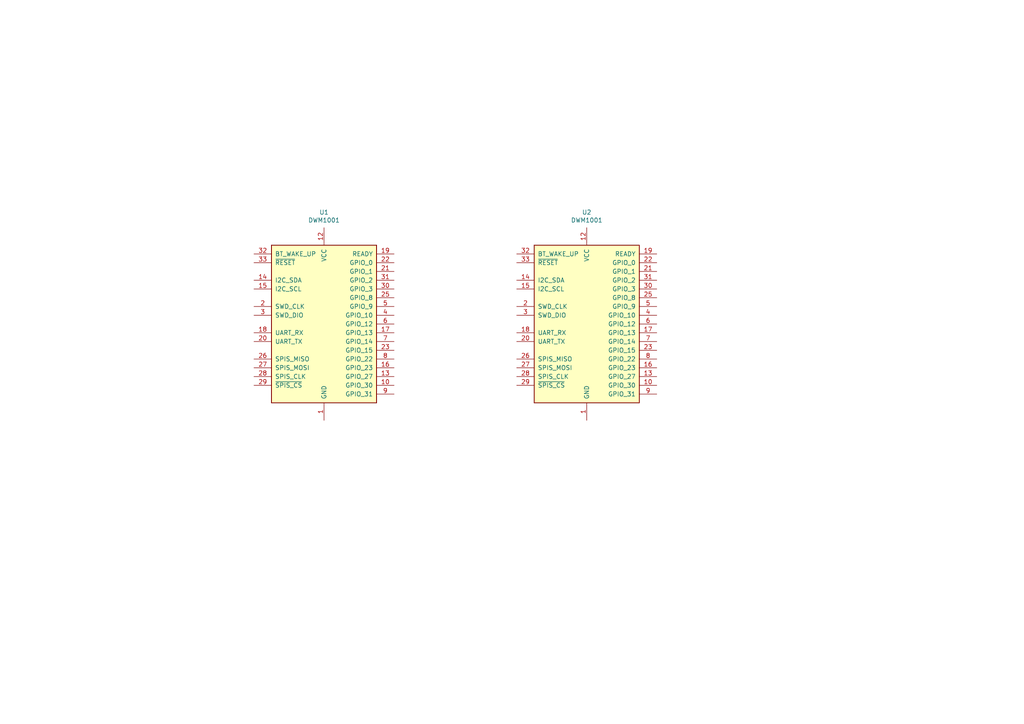
<source format=kicad_sch>
(kicad_sch (version 20200828) (generator eeschema)
  (page 1 1)
  (paper "A4")
  (lib_symbols
    (symbol "RF_Module:DWM1001" (pin_names (offset 1.016))
      (property "Reference" "U" (at -12.7 27.94 0))
      (property "Value" "DWM1001" (at -12.7 25.4 0))
      (symbol "DWM1001_0_1"
        (rectangle (start 15.24 22.86) (end -15.24 -22.86) (stroke (width 0.254)) (fill (type background)))
      )
      (symbol "DWM1001_1_1"
        (pin power_in line (at 0 -27.94 90) (length 5.08) (name "GND") (number "1"))
        (pin bidirectional line (at 20.32 -17.78 180) (length 5.08) (name "GPIO_30") (number "10"))
        (pin passive line (at 0 -27.94 90) (length 5.08) hide (name "GND") (number "11"))
        (pin power_in line (at 0 27.94 270) (length 5.08) (name "VCC") (number "12"))
        (pin bidirectional line (at 20.32 -15.24 180) (length 5.08) (name "GPIO_27") (number "13"))
        (pin bidirectional line (at -20.32 12.7 0) (length 5.08) (name "I2C_SDA") (number "14"))
        (pin output line (at -20.32 10.16 0) (length 5.08) (name "I2C_SCL") (number "15"))
        (pin bidirectional line (at 20.32 -12.7 180) (length 5.08) (name "GPIO_23") (number "16"))
        (pin bidirectional line (at 20.32 -2.54 180) (length 5.08) (name "GPIO_13") (number "17"))
        (pin input line (at -20.32 -2.54 0) (length 5.08) (name "UART_RX") (number "18"))
        (pin output line (at 20.32 20.32 180) (length 5.08) (name "READY") (number "19"))
        (pin input line (at -20.32 5.08 0) (length 5.08) (name "SWD_CLK") (number "2"))
        (pin output line (at -20.32 -5.08 0) (length 5.08) (name "UART_TX") (number "20"))
        (pin bidirectional line (at 20.32 15.24 180) (length 5.08) (name "GPIO_1") (number "21"))
        (pin bidirectional line (at 20.32 17.78 180) (length 5.08) (name "GPIO_0") (number "22"))
        (pin bidirectional line (at 20.32 -7.62 180) (length 5.08) (name "GPIO_15") (number "23"))
        (pin passive line (at 0 -27.94 90) (length 5.08) hide (name "GND") (number "24"))
        (pin bidirectional line (at 20.32 7.62 180) (length 5.08) (name "GPIO_8") (number "25"))
        (pin output line (at -20.32 -10.16 0) (length 5.08) (name "SPIS_MISO") (number "26"))
        (pin tri_state line (at -20.32 -12.7 0) (length 5.08) (name "SPIS_MOSI") (number "27"))
        (pin input line (at -20.32 -15.24 0) (length 5.08) (name "SPIS_CLK") (number "28"))
        (pin input line (at -20.32 -17.78 0) (length 5.08) (name "~SPIS_CS") (number "29"))
        (pin bidirectional line (at -20.32 2.54 0) (length 5.08) (name "SWD_DIO") (number "3"))
        (pin bidirectional line (at 20.32 10.16 180) (length 5.08) (name "GPIO_3") (number "30"))
        (pin bidirectional line (at 20.32 12.7 180) (length 5.08) (name "GPIO_2") (number "31"))
        (pin input line (at -20.32 20.32 0) (length 5.08) (name "BT_WAKE_UP") (number "32"))
        (pin input line (at -20.32 17.78 0) (length 5.08) (name "~RESET") (number "33"))
        (pin passive line (at 0 -27.94 90) (length 5.08) hide (name "GND") (number "34"))
        (pin bidirectional line (at 20.32 2.54 180) (length 5.08) (name "GPIO_10") (number "4"))
        (pin bidirectional line (at 20.32 5.08 180) (length 5.08) (name "GPIO_9") (number "5"))
        (pin bidirectional line (at 20.32 0 180) (length 5.08) (name "GPIO_12") (number "6"))
        (pin bidirectional line (at 20.32 -5.08 180) (length 5.08) (name "GPIO_14") (number "7"))
        (pin bidirectional line (at 20.32 -10.16 180) (length 5.08) (name "GPIO_22") (number "8"))
        (pin bidirectional line (at 20.32 -20.32 180) (length 5.08) (name "GPIO_31") (number "9"))
      )
    )
  )
  (symbol (lib_id "RF_Module:DWM1001") (at 93.98 93.98 0) (unit 1)
    (property "Reference" "U1" (at 93.98 61.5758 0))
    (property "Value" "DWM1001" (at 93.98 63.8745 0))
    (property "Footprint" "RF_Module:DecaWave_DWM1001" (effects hide))
    (property "Datasheet" "https://www.decawave.com/sites/default/files/dwm1001_datasheet.pdf" (effects hide))
  )
  (symbol (lib_id "RF_Module:DWM1001") (at 170.18 93.98 0) (unit 1)
    (property "Reference" "U2" (at 170.18 61.5758 0))
    (property "Value" "DWM1001" (at 170.18 63.8745 0))
    (property "Footprint" "RF_Module:DecaWave_DWM1001" (effects hide))
    (property "Datasheet" "https://www.decawave.com/sites/default/files/dwm1001_datasheet.pdf" (effects hide))
  )
)
</source>
